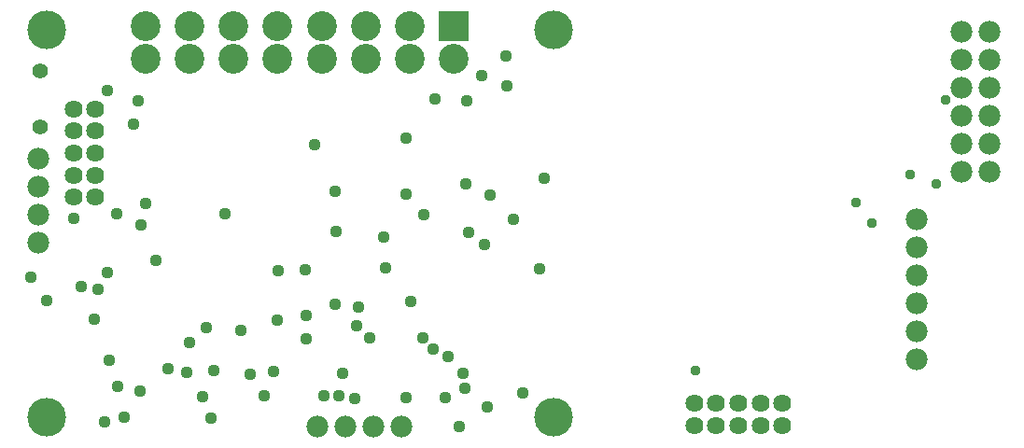
<source format=gbs>
G04 EAGLE Gerber RS-274X export*
G75*
%MOMM*%
%FSLAX34Y34*%
%LPD*%
%INBottom Soldermask*%
%IPPOS*%
%AMOC8*
5,1,8,0,0,1.08239X$1,22.5*%
G01*
%ADD10C,3.505200*%
%ADD11R,2.703200X2.703200*%
%ADD12C,2.703200*%
%ADD13C,1.981200*%
%ADD14C,1.411200*%
%ADD15C,1.625600*%
%ADD16C,1.117600*%
%ADD17C,0.959600*%


D10*
X63400Y71400D03*
X523400Y422400D03*
X523400Y71400D03*
X63400Y422400D03*
D11*
X433000Y426300D03*
D12*
X393000Y426300D03*
X353000Y426300D03*
X313000Y426300D03*
X273000Y426300D03*
X233000Y426300D03*
X193000Y426300D03*
X153000Y426300D03*
X433000Y396300D03*
X393000Y396300D03*
X353000Y396300D03*
X313000Y396300D03*
X273000Y396300D03*
X233000Y396300D03*
X193000Y396300D03*
X153000Y396300D03*
D13*
X56000Y306000D03*
X56000Y280600D03*
X56000Y255200D03*
X56000Y229800D03*
D14*
X58000Y385400D03*
X58000Y334600D03*
D15*
X108000Y271000D03*
X88000Y271000D03*
X108000Y291000D03*
X88000Y291000D03*
X108000Y311000D03*
X88000Y311000D03*
X108000Y331000D03*
X88000Y331000D03*
X108000Y351000D03*
X88000Y351000D03*
D13*
X309000Y63000D03*
X334400Y63000D03*
X359800Y63000D03*
X385200Y63000D03*
X893000Y421000D03*
X918400Y421000D03*
X893000Y395600D03*
X918400Y395600D03*
X893000Y370200D03*
X918400Y370200D03*
X893000Y344800D03*
X918400Y344800D03*
X893000Y319400D03*
X918400Y319400D03*
X893000Y294000D03*
X918400Y294000D03*
D15*
X731000Y84000D03*
X731000Y64000D03*
X711000Y84000D03*
X711000Y64000D03*
X691000Y84000D03*
X691000Y64000D03*
X671000Y84000D03*
X671000Y64000D03*
X651000Y84000D03*
X651000Y64000D03*
D13*
X853000Y124000D03*
X853000Y149400D03*
X853000Y174800D03*
X853000Y200200D03*
X853000Y225600D03*
X853000Y251000D03*
D16*
X416000Y360000D03*
X389562Y324438D03*
X390000Y274000D03*
X480000Y399000D03*
X481000Y372000D03*
X49000Y198000D03*
X213000Y70380D03*
X205000Y90000D03*
X193000Y139000D03*
X240135Y150496D03*
X273000Y159000D03*
X142000Y337000D03*
X149000Y246000D03*
X329000Y91000D03*
X110000Y187000D03*
X406000Y255000D03*
X95000Y190000D03*
X326388Y239612D03*
X64000Y177000D03*
X134000Y71000D03*
X346000Y171000D03*
X107000Y159980D03*
X120000Y122620D03*
X299000Y164000D03*
X128000Y99000D03*
X441000Y111000D03*
X148000Y95000D03*
X443000Y98000D03*
X119000Y203000D03*
X147000Y358000D03*
X394000Y176000D03*
X299196Y142780D03*
X248000Y110620D03*
X269000Y112618D03*
X444000Y283000D03*
X458000Y381000D03*
X445000Y358000D03*
X369000Y235000D03*
X325000Y276000D03*
X325380Y173604D03*
X371000Y207000D03*
X345000Y154000D03*
X446000Y239000D03*
X153000Y265000D03*
X225000Y256000D03*
X466000Y273000D03*
X307000Y319000D03*
X174000Y115000D03*
X191000Y112000D03*
X461000Y228000D03*
X487000Y251000D03*
X428000Y126000D03*
X332000Y111000D03*
X315000Y91000D03*
X127000Y256000D03*
X274000Y204000D03*
X298000Y205000D03*
X162380Y214000D03*
X261000Y91000D03*
X116000Y67000D03*
X118296Y368101D03*
X425000Y89000D03*
X389903Y89000D03*
X510526Y206380D03*
X515000Y288000D03*
X215000Y114000D03*
X414000Y133000D03*
X208000Y153000D03*
X88000Y252000D03*
X343000Y88620D03*
X495000Y93000D03*
X463000Y81000D03*
X356938Y143000D03*
X404720Y143000D03*
X438000Y63000D03*
D17*
X878850Y358848D03*
X870468Y282648D03*
X797316Y265884D03*
X651774Y113342D03*
X846560Y291602D03*
X811794Y247596D03*
M02*

</source>
